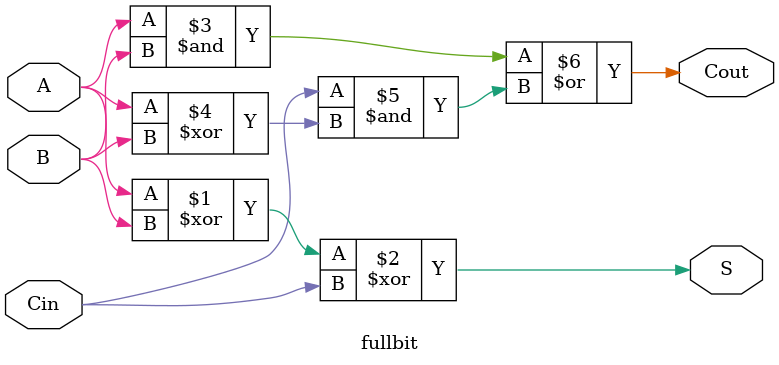
<source format=v>
`timescale 1ns / 1ps


module fullbit(
    input A,
    input B,
    input Cin,
    output S,
    output Cout
    );
    
    assign S = A^B^Cin; //LSB logic
    assign Cout = (A & B) | ( Cin & ( A ^ B ) ); // Carry out logic
    
endmodule

</source>
